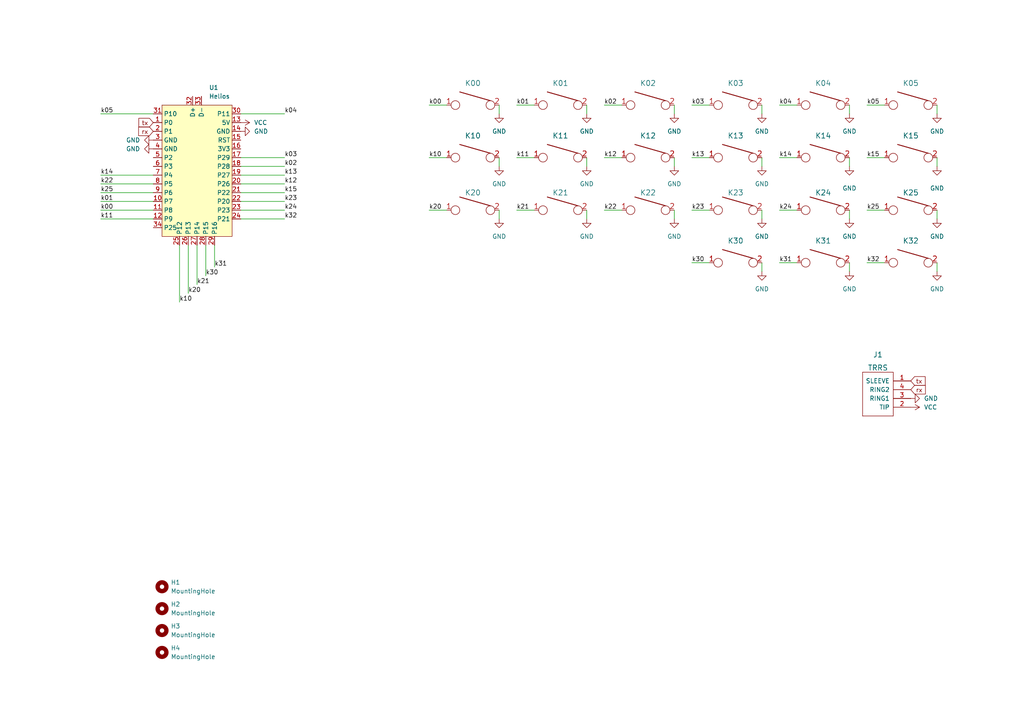
<source format=kicad_sch>
(kicad_sch (version 20231120) (generator "eeschema") (generator_version "8.0")
  (paper "A4")
  (title_block (rev "rev1.0"))
  (lib_symbols
    (symbol "Mechanical:MountingHole" (pin_names (offset 1.016))
      (property "Reference" "H" (at 0 5.08 0))
      (property "Value" "MountingHole" (at 0 3.175 0))
      (symbol "MountingHole_0_1"
        (circle (center 0 0) (radius 1.27) (stroke (width 1.27)))
      )
    )
    (symbol "PCM_marbastlib-promicroish:Helios" (in_bom no)
      (property "Reference" "U" (at -7.62 22.86 0))
      (property "Value" "Helios" (at -7.62 20.32 0))
      (symbol "Helios_0_0"
        (pin bidirectional line (at -12.7 13.97 0) (length 2.54) (name "P0") (number "1"))
        (pin bidirectional line (at -12.7 -8.89 0) (length 2.54) (name "P7") (number "10"))
        (pin bidirectional line (at -12.7 -11.43 0) (length 2.54) (name "P8") (number "11"))
        (pin bidirectional line (at -12.7 -13.97 0) (length 2.54) (name "P9") (number "12"))
        (pin power_out line (at 12.7 11.43 180) (length 2.54) (name "GND") (number "14"))
        (pin bidirectional line (at 12.7 8.89 180) (length 2.54) (name "RST") (number "15"))
        (pin bidirectional line (at 12.7 3.81 180) (length 2.54) (name "P29") (number "17"))
        (pin bidirectional line (at 12.7 1.27 180) (length 2.54) (name "P28") (number "18"))
        (pin bidirectional line (at 12.7 -1.27 180) (length 2.54) (name "P27") (number "19"))
        (pin bidirectional line (at -12.7 11.43 0) (length 2.54) (name "P1") (number "2"))
        (pin bidirectional line (at 12.7 -3.81 180) (length 2.54) (name "P26") (number "20"))
        (pin bidirectional line (at 12.7 -6.35 180) (length 2.54) (name "P22") (number "21"))
        (pin bidirectional line (at 12.7 -8.89 180) (length 2.54) (name "P20") (number "22"))
        (pin bidirectional line (at 12.7 -11.43 180) (length 2.54) (name "P23") (number "23"))
        (pin bidirectional line (at 12.7 -13.97 180) (length 2.54) (name "P21") (number "24"))
        (pin power_out line (at -12.7 8.89 0) (length 2.54) (name "GND") (number "3"))
        (pin power_out line (at -12.7 6.35 0) (length 2.54) (name "GND") (number "4"))
        (pin bidirectional line (at -12.7 3.81 0) (length 2.54) (name "P2") (number "5"))
        (pin bidirectional line (at -12.7 1.27 0) (length 2.54) (name "P3") (number "6"))
        (pin bidirectional line (at -12.7 -1.27 0) (length 2.54) (name "P4") (number "7"))
        (pin bidirectional line (at -12.7 -3.81 0) (length 2.54) (name "P5") (number "8"))
        (pin bidirectional line (at -12.7 -6.35 0) (length 2.54) (name "P6") (number "9"))
      )
      (symbol "Helios_1_0"
        (pin bidirectional line (at 12.7 13.97 180) (length 2.54) (name "5V") (number "13"))
        (pin power_out line (at 12.7 6.35 180) (length 2.54) (name "3V3") (number "16"))
        (pin bidirectional line (at -5.08 -21.59 90) (length 2.54) (name "P12") (number "25"))
        (pin bidirectional line (at -2.54 -21.59 90) (length 2.54) (name "P13") (number "26"))
        (pin bidirectional line (at 0 -21.59 90) (length 2.54) (name "P14") (number "27"))
        (pin bidirectional line (at 2.54 -21.59 90) (length 2.54) (name "P15") (number "28"))
        (pin bidirectional line (at 5.08 -21.59 90) (length 2.54) (name "P16") (number "29"))
        (pin power_in line (at 12.7 16.51 180) (length 2.54) (name "P11") (number "30"))
        (pin bidirectional line (at -12.7 16.51 0) (length 2.54) (name "P10") (number "31"))
        (pin bidirectional line (at -1.27 21.59 270) (length 2.54) (name "D+") (number "32"))
        (pin bidirectional line (at 1.27 21.59 270) (length 2.54) (name "D-") (number "33"))
        (pin bidirectional line (at -12.7 -16.51 0) (length 2.54) (name "P25") (number "34"))
      )
      (symbol "Helios_1_1"
        (rectangle (start -10.16 19.05) (end 10.16 -19.05) (fill (type background)))
      )
    )
    (symbol "keebio:TRRS" (pin_names (offset 1.016))
      (property "Reference" "U" (at 0 15.24 0))
      (property "Value" "TRRS" (at 0 -2.54 0))
      (symbol "TRRS_0_1"
        (rectangle (start -3.81 0) (end -3.81 12.7))
        (rectangle (start -3.81 12.7) (end 5.08 12.7))
        (rectangle (start 5.08 0) (end -3.81 0))
        (rectangle (start 5.08 12.7) (end 5.08 0))
      )
      (symbol "TRRS_1_1"
        (pin input line (at -8.89 2.54 0) (length 5.08) (name "SLEEVE") (number "1"))
        (pin input line (at -8.89 10.16 0) (length 5.08) (name "TIP") (number "2"))
        (pin input line (at -8.89 7.62 0) (length 5.08) (name "RING1") (number "3"))
        (pin input line (at -8.89 5.08 0) (length 5.08) (name "RING2") (number "4"))
      )
    )
    (symbol "keyboard_parts:KEYSW" (pin_names (offset 1.016))
      (property "Reference" "K?" (at -1.27 0 0))
      (symbol "KEYSW_0_1"
        (circle (center -5.08 0) (radius 1.27))
        (polyline (pts (xy -5.08 1.27) (xy 3.81 3.81)) (stroke (width 0.254)))
        (circle (center 5.08 0) (radius 1.27))
      )
      (symbol "KEYSW_1_1"
        (pin passive line (at 7.62 0 180) (length 1.27) (name "~") (number "1"))
        (pin passive line (at -7.62 0 0) (length 1.27) (name "~") (number "2"))
      )
    )
    (symbol "power:GND" (power) (pin_names (offset 0))
      (property "Value" "GND" (at 0 -3.81 0))
      (symbol "GND_0_1"
        (polyline (pts (xy 0 0) (xy 0 -1.27) (xy 1.27 -1.27) (xy 0 -2.54) (xy -1.27 -1.27) (xy 0 -1.27)))
      )
      (symbol "GND_1_1"
        (pin power_in line (at 0 0 270) (length 0) hide (name "GND") (number "1"))
      )
    )
    (symbol "power:VCC" (power) (pin_names (offset 0))
      (property "Value" "VCC" (at 0 3.81 0))
      (symbol "VCC_0_1"
        (polyline (pts (xy -0.762 1.27) (xy 0 2.54)))
        (polyline (pts (xy 0 0) (xy 0 2.54)))
        (polyline (pts (xy 0 2.54) (xy 0.762 1.27)))
      )
      (symbol "VCC_1_1"
        (pin power_in line (at 0 0 90) (length 0) hide (name "VCC") (number "1"))
      )
    )
  )
  (wire (pts (xy 149.86 60.96) (xy 154.94 60.96)))
  (wire (pts (xy 69.85 53.34) (xy 82.55 53.34)))
  (wire (pts (xy 57.15 71.12) (xy 57.15 82.55)))
  (wire (pts (xy 200.66 45.72) (xy 205.74 45.72)))
  (wire (pts (xy 251.46 30.48) (xy 256.54 30.48)))
  (wire (pts (xy 124.46 45.72) (xy 129.54 45.72)))
  (wire (pts (xy 200.66 60.96) (xy 205.74 60.96)))
  (wire (pts (xy 149.86 45.72) (xy 154.94 45.72)))
  (wire (pts (xy 54.61 71.12) (xy 54.61 85.09)))
  (wire (pts (xy 69.85 50.8) (xy 82.55 50.8)))
  (wire (pts (xy 175.26 60.96) (xy 180.34 60.96)))
  (wire (pts (xy 29.21 53.34) (xy 44.45 53.34)))
  (wire (pts (xy 251.46 60.96) (xy 256.54 60.96)))
  (wire (pts (xy 195.58 63.5) (xy 195.58 60.96)))
  (wire (pts (xy 144.78 63.5) (xy 144.78 60.96)))
  (wire (pts (xy 246.38 48.26) (xy 246.38 45.72)))
  (wire (pts (xy 220.98 48.26) (xy 220.98 45.72)))
  (wire (pts (xy 144.78 48.26) (xy 144.78 45.72)))
  (wire (pts (xy 175.26 45.72) (xy 180.34 45.72)))
  (wire (pts (xy 246.38 78.74) (xy 246.38 76.2)))
  (wire (pts (xy 271.78 48.26) (xy 271.78 45.72)))
  (wire (pts (xy 200.66 76.2) (xy 205.74 76.2)))
  (wire (pts (xy 226.06 45.72) (xy 231.14 45.72)))
  (wire (pts (xy 200.66 30.48) (xy 205.74 30.48)))
  (wire (pts (xy 220.98 78.74) (xy 220.98 76.2)))
  (wire (pts (xy 271.78 63.5) (xy 271.78 60.96)))
  (wire (pts (xy 124.46 60.96) (xy 129.54 60.96)))
  (wire (pts (xy 144.78 33.02) (xy 144.78 30.48)))
  (wire (pts (xy 195.58 48.26) (xy 195.58 45.72)))
  (wire (pts (xy 62.23 71.12) (xy 62.23 77.47)))
  (wire (pts (xy 170.18 63.5) (xy 170.18 60.96)))
  (wire (pts (xy 246.38 63.5) (xy 246.38 60.96)))
  (wire (pts (xy 226.06 30.48) (xy 231.14 30.48)))
  (wire (pts (xy 124.46 30.48) (xy 129.54 30.48)))
  (wire (pts (xy 170.18 48.26) (xy 170.18 45.72)))
  (wire (pts (xy 175.26 30.48) (xy 180.34 30.48)))
  (wire (pts (xy 69.85 55.88) (xy 82.55 55.88)))
  (wire (pts (xy 29.21 58.42) (xy 44.45 58.42)))
  (wire (pts (xy 69.85 58.42) (xy 82.55 58.42)))
  (wire (pts (xy 59.69 71.12) (xy 59.69 80.01)))
  (wire (pts (xy 29.21 60.96) (xy 44.45 60.96)))
  (wire (pts (xy 52.07 71.12) (xy 52.07 87.63)))
  (wire (pts (xy 29.21 50.8) (xy 44.45 50.8)))
  (wire (pts (xy 29.21 63.5) (xy 44.45 63.5)))
  (wire (pts (xy 69.85 63.5) (xy 82.55 63.5)))
  (wire (pts (xy 195.58 33.02) (xy 195.58 30.48)))
  (wire (pts (xy 251.46 45.72) (xy 256.54 45.72)))
  (wire (pts (xy 226.06 60.96) (xy 231.14 60.96)))
  (wire (pts (xy 170.18 33.02) (xy 170.18 30.48)))
  (wire (pts (xy 69.85 33.02) (xy 82.55 33.02)))
  (wire (pts (xy 226.06 76.2) (xy 231.14 76.2)))
  (wire (pts (xy 271.78 33.02) (xy 271.78 30.48)))
  (wire (pts (xy 29.21 55.88) (xy 44.45 55.88)))
  (wire (pts (xy 246.38 33.02) (xy 246.38 30.48)))
  (wire (pts (xy 251.46 76.2) (xy 256.54 76.2)))
  (wire (pts (xy 69.85 48.26) (xy 82.55 48.26)))
  (wire (pts (xy 69.85 45.72) (xy 82.55 45.72)))
  (wire (pts (xy 220.98 33.02) (xy 220.98 30.48)))
  (wire (pts (xy 69.85 60.96) (xy 82.55 60.96)))
  (wire (pts (xy 149.86 30.48) (xy 154.94 30.48)))
  (wire (pts (xy 29.21 33.02) (xy 44.45 33.02)))
  (wire (pts (xy 271.78 78.74) (xy 271.78 76.2)))
  (wire (pts (xy 220.98 63.5) (xy 220.98 60.96)))
  (label "k00" (at 29.21 60.96 0))
  (label "k11" (at 29.21 63.5 0))
  (label "k20" (at 54.61 85.09 0))
  (label "k30" (at 200.66 76.2 0))
  (label "k02" (at 175.26 30.48 0))
  (label "k04" (at 226.06 30.48 0))
  (label "k02" (at 82.55 48.26 0))
  (label "k04" (at 82.55 33.02 0))
  (label "k01" (at 29.21 58.42 0))
  (label "k00" (at 124.46 30.48 0))
  (label "k03" (at 200.66 30.48 0))
  (label "k15" (at 251.46 45.72 0))
  (label "k23" (at 200.66 60.96 0))
  (label "k03" (at 82.55 45.72 0))
  (label "k24" (at 226.06 60.96 0))
  (label "k05" (at 251.46 30.48 0))
  (label "k12" (at 82.55 53.34 0))
  (label "k22" (at 175.26 60.96 0))
  (label "k05" (at 29.21 33.02 0))
  (label "k14" (at 29.21 50.8 0))
  (label "k01" (at 149.86 30.48 0))
  (label "k25" (at 29.21 55.88 0))
  (label "k10" (at 124.46 45.72 0))
  (label "k22" (at 29.21 53.34 0))
  (label "k21" (at 57.15 82.55 0))
  (label "k13" (at 82.55 50.8 0))
  (label "k30" (at 59.69 80.01 0))
  (label "k32" (at 251.46 76.2 0))
  (label "k14" (at 226.06 45.72 0))
  (label "k12" (at 175.26 45.72 0))
  (label "k10" (at 52.07 87.63 0))
  (label "k11" (at 149.86 45.72 0))
  (label "k24" (at 82.55 60.96 0))
  (label "k31" (at 62.23 77.47 0))
  (label "k23" (at 82.55 58.42 0))
  (label "k31" (at 226.06 76.2 0))
  (label "k13" (at 200.66 45.72 0))
  (label "k21" (at 149.86 60.96 0))
  (label "k25" (at 251.46 60.96 0))
  (label "k15" (at 82.55 55.88 0))
  (label "k32" (at 82.55 63.5 0))
  (label "k20" (at 124.46 60.96 0))
  (global_label "rx" (shape input) (at 264.16 113.03 0) (property "Intersheetrefs" "${INTERSHEET_REFS}" (effects (hide yes))))
  (global_label "tx" (shape input) (at 264.16 110.49 0) (property "Intersheetrefs" "${INTERSHEET_REFS}" (effects (hide yes))))
  (global_label "tx" (shape input) (at 44.45 35.56 180) (property "Intersheetrefs" "${INTERSHEET_REFS}" (effects (hide yes))))
  (global_label "rx" (shape input) (at 44.45 38.1 180) (property "Intersheetrefs" "${INTERSHEET_REFS}" (effects (hide yes))))
  (symbol (lib_id "keyboard_parts:KEYSW") (at 264.16 76.2 0) (mirror y) (unit 1)
    (property "Reference" "K32" (at 264.16 69.85 0) (effects (font (size 1.524 1.524))))
    (property "Value" "KEYSW" (effects (hide yes)))
    (property "Footprint" "keyswitches:Kailh_socket_PG1350_optional" (effects (hide yes)))
  )
  (symbol (lib_id "power:GND") (at 195.58 48.26 0) (unit 1)
    (property "Reference" "#PWR0104" (effects (hide yes)))
    (property "Value" "GND" (at 195.58 53.34 0))
  )
  (symbol (lib_id "keyboard_parts:KEYSW") (at 238.76 60.96 0) (mirror y) (unit 1)
    (property "Reference" "K24" (at 238.76 55.88 0) (effects (font (size 1.524 1.524))))
    (property "Value" "KEYSW" (effects (hide yes)))
    (property "Footprint" "keyswitches:Kailh_socket_PG1350_optional" (effects (hide yes)))
  )
  (symbol (lib_id "power:GND") (at 264.16 115.57 90) (unit 1)
    (property "Reference" "#PWR0126" (effects (hide yes)))
    (property "Value" "GND" (at 267.97 115.5699 90) (effects (justify right)))
  )
  (symbol (lib_id "keyboard_parts:KEYSW") (at 137.16 30.48 0) (mirror y) (unit 1)
    (property "Reference" "K00" (at 137.16 24.13 0) (effects (font (size 1.524 1.524))))
    (property "Value" "KEYSW" (effects (hide yes)))
    (property "Footprint" "keyswitches:Kailh_socket_PG1350_optional" (effects (hide yes)))
  )
  (symbol (lib_id "Mechanical:MountingHole") (at 46.99 189.23 0) (unit 1)
    (property "Reference" "H4" (at 49.53 187.9599 0) (effects (justify left)))
    (property "Value" "MountingHole" (at 49.53 190.4999 0) (effects (justify left)))
    (property "Footprint" "beekeeb_lib:MountingHole_2.2mm_M2-8mm" (effects (hide yes)))
  )
  (symbol (lib_id "keyboard_parts:KEYSW") (at 264.16 45.72 0) (mirror y) (unit 1)
    (property "Reference" "K15" (at 264.16 39.37 0) (effects (font (size 1.524 1.524))))
    (property "Value" "KEYSW" (effects (hide yes)))
    (property "Footprint" "keyswitches:Kailh_socket_PG1350_optional" (effects (hide yes)))
  )
  (symbol (lib_id "power:GND") (at 144.78 48.26 0) (unit 1)
    (property "Reference" "#PWR0107" (effects (hide yes)))
    (property "Value" "GND" (at 144.78 53.34 0))
  )
  (symbol (lib_id "power:GND") (at 195.58 63.5 0) (unit 1)
    (property "Reference" "#PWR0105" (effects (hide yes)))
    (property "Value" "GND" (at 195.58 68.58 0))
  )
  (symbol (lib_id "Mechanical:MountingHole") (at 46.99 176.53 0) (unit 1)
    (property "Reference" "H2" (at 49.53 175.2599 0) (effects (justify left)))
    (property "Value" "MountingHole" (at 49.53 177.7999 0) (effects (justify left)))
    (property "Footprint" "beekeeb_lib:MountingHole_2.2mm_M2-8mm" (effects (hide yes)))
  )
  (symbol (lib_id "PCM_marbastlib-promicroish:Helios") (at 57.15 49.53 0) (unit 1) (in_bom no)
    (property "Reference" "U1" (at 60.6141 25.4 0) (effects (justify left)))
    (property "Value" "Helios" (at 60.6141 27.94 0) (effects (justify left)))
    (property "Footprint" "PCM_marbastlib-xp-promicroish:Helios_AH_USBdn" (effects (hide yes)))
    (property "Datasheet" "https://github.com/0xCB-dev/0xCB-Helios" (effects (hide yes)))
    (property "Description" "Symbol for an 0xCB Helios" (effects (hide yes)))
  )
  (symbol (lib_id "keyboard_parts:KEYSW") (at 213.36 30.48 0) (mirror y) (unit 1)
    (property "Reference" "K03" (at 213.36 24.13 0) (effects (font (size 1.524 1.524))))
    (property "Value" "KEYSW" (effects (hide yes)))
    (property "Footprint" "keyswitches:Kailh_socket_PG1350_optional" (effects (hide yes)))
  )
  (symbol (lib_id "power:GND") (at 246.38 63.5 0) (unit 1)
    (property "Reference" "#PWR0121" (effects (hide yes)))
    (property "Value" "GND" (at 246.38 68.58 0))
  )
  (symbol (lib_id "keyboard_parts:KEYSW") (at 187.96 30.48 0) (mirror y) (unit 1)
    (property "Reference" "K02" (at 187.96 24.13 0) (effects (font (size 1.524 1.524))))
    (property "Value" "KEYSW" (effects (hide yes)))
    (property "Footprint" "keyswitches:Kailh_socket_PG1350_optional" (effects (hide yes)))
  )
  (symbol (lib_id "keyboard_parts:KEYSW") (at 162.56 45.72 0) (mirror y) (unit 1)
    (property "Reference" "K11" (at 162.56 39.37 0) (effects (font (size 1.524 1.524))))
    (property "Value" "KEYSW" (effects (hide yes)))
    (property "Footprint" "keyswitches:Kailh_socket_PG1350_optional" (effects (hide yes)))
  )
  (symbol (lib_id "keyboard_parts:KEYSW") (at 187.96 60.96 0) (mirror y) (unit 1)
    (property "Reference" "K22" (at 187.96 55.88 0) (effects (font (size 1.524 1.524))))
    (property "Value" "KEYSW" (effects (hide yes)))
    (property "Footprint" "keyswitches:Kailh_socket_PG1350_optional" (effects (hide yes)))
  )
  (symbol (lib_id "power:GND") (at 271.78 33.02 0) (unit 1)
    (property "Reference" "#PWR0115" (effects (hide yes)))
    (property "Value" "GND" (at 271.78 38.1 0))
  )
  (symbol (lib_id "power:GND") (at 271.78 63.5 0) (unit 1)
    (property "Reference" "#PWR0118" (effects (hide yes)))
    (property "Value" "GND" (at 271.78 68.58 0))
  )
  (symbol (lib_id "power:GND") (at 271.78 78.74 0) (unit 1)
    (property "Reference" "#PWR0117" (effects (hide yes)))
    (property "Value" "GND" (at 271.78 83.82 0))
  )
  (symbol (lib_id "power:GND") (at 246.38 48.26 0) (unit 1)
    (property "Reference" "#PWR0119" (effects (hide yes)))
    (property "Value" "GND" (at 246.38 54.61 0))
  )
  (symbol (lib_id "power:GND") (at 170.18 63.5 0) (unit 1)
    (property "Reference" "#PWR0101" (effects (hide yes)))
    (property "Value" "GND" (at 170.18 68.58 0))
  )
  (symbol (lib_id "keyboard_parts:KEYSW") (at 238.76 30.48 0) (mirror y) (unit 1)
    (property "Reference" "K04" (at 238.76 24.13 0) (effects (font (size 1.524 1.524))))
    (property "Value" "KEYSW" (effects (hide yes)))
    (property "Footprint" "keyswitches:Kailh_socket_PG1350_optional" (effects (hide yes)))
  )
  (symbol (lib_id "power:GND") (at 246.38 78.74 0) (unit 1)
    (property "Reference" "#PWR0120" (effects (hide yes)))
    (property "Value" "GND" (at 246.38 83.82 0))
  )
  (symbol (lib_id "keyboard_parts:KEYSW") (at 213.36 76.2 0) (mirror y) (unit 1)
    (property "Reference" "K30" (at 213.36 69.85 0) (effects (font (size 1.524 1.524))))
    (property "Value" "KEYSW" (effects (hide yes)))
    (property "Footprint" "keyswitches:Kailh_socket_PG1350_optional" (effects (hide yes)))
  )
  (symbol (lib_id "power:GND") (at 246.38 33.02 0) (unit 1)
    (property "Reference" "#PWR0112" (effects (hide yes)))
    (property "Value" "GND" (at 246.38 38.1 0))
  )
  (symbol (lib_id "keebio:TRRS") (at 255.27 107.95 180) (unit 1)
    (property "Reference" "J1" (at 254.635 102.87 0) (effects (font (size 1.524 1.524))))
    (property "Value" "TRRS" (at 254.635 106.68 0) (effects (font (size 1.524 1.524))))
    (property "Footprint" "Keebio-Parts:TRRS-PJ-320A" (effects (hide yes)))
  )
  (symbol (lib_id "power:GND") (at 69.85 38.1 90) (unit 1)
    (property "Reference" "#PWR0132" (effects (hide yes)))
    (property "Value" "GND" (at 73.66 38.0999 90) (effects (justify right)))
  )
  (symbol (lib_id "keyboard_parts:KEYSW") (at 137.16 60.96 0) (mirror y) (unit 1)
    (property "Reference" "K20" (at 137.16 55.88 0) (effects (font (size 1.524 1.524))))
    (property "Value" "KEYSW" (effects (hide yes)))
    (property "Footprint" "keyswitches:Kailh_socket_PG1350_optional" (effects (hide yes)))
  )
  (symbol (lib_id "power:GND") (at 271.78 48.26 0) (unit 1)
    (property "Reference" "#PWR0116" (effects (hide yes)))
    (property "Value" "GND" (at 271.78 54.61 0))
  )
  (symbol (lib_id "keyboard_parts:KEYSW") (at 213.36 60.96 0) (mirror y) (unit 1)
    (property "Reference" "K23" (at 213.36 55.88 0) (effects (font (size 1.524 1.524))))
    (property "Value" "KEYSW" (effects (hide yes)))
    (property "Footprint" "keyswitches:Kailh_socket_PG1350_optional" (effects (hide yes)))
  )
  (symbol (lib_id "keyboard_parts:KEYSW") (at 137.16 45.72 0) (mirror y) (unit 1)
    (property "Reference" "K10" (at 137.16 39.37 0) (effects (font (size 1.524 1.524))))
    (property "Value" "KEYSW" (effects (hide yes)))
    (property "Footprint" "keyswitches:Kailh_socket_PG1350_optional" (effects (hide yes)))
  )
  (symbol (lib_id "keyboard_parts:KEYSW") (at 162.56 30.48 0) (mirror y) (unit 1)
    (property "Reference" "K01" (at 162.56 24.13 0) (effects (font (size 1.524 1.524))))
    (property "Value" "KEYSW" (effects (hide yes)))
    (property "Footprint" "keyswitches:Kailh_socket_PG1350_optional" (effects (hide yes)))
  )
  (symbol (lib_id "keyboard_parts:KEYSW") (at 264.16 60.96 0) (mirror y) (unit 1)
    (property "Reference" "K25" (at 264.16 55.88 0) (effects (font (size 1.524 1.524))))
    (property "Value" "KEYSW" (effects (hide yes)))
    (property "Footprint" "keyswitches:Kailh_socket_PG1350_optional" (effects (hide yes)))
  )
  (symbol (lib_id "power:GND") (at 44.45 43.18 270) (unit 1)
    (property "Reference" "#PWR0131" (effects (hide yes)))
    (property "Value" "GND" (at 40.64 43.1799 90) (effects (justify right)))
  )
  (symbol (lib_id "keyboard_parts:KEYSW") (at 238.76 76.2 0) (mirror y) (unit 1)
    (property "Reference" "K31" (at 238.76 69.85 0) (effects (font (size 1.524 1.524))))
    (property "Value" "KEYSW" (effects (hide yes)))
    (property "Footprint" "keyswitches:Kailh_socket_PG1350_optional" (effects (hide yes)))
  )
  (symbol (lib_id "Mechanical:MountingHole") (at 46.99 182.88 0) (unit 1)
    (property "Reference" "H3" (at 49.53 181.6099 0) (effects (justify left)))
    (property "Value" "MountingHole" (at 49.53 184.1499 0) (effects (justify left)))
    (property "Footprint" "beekeeb_lib:MountingHole_2.2mm_M2-8mm" (effects (hide yes)))
  )
  (symbol (lib_id "power:GND") (at 220.98 33.02 0) (unit 1)
    (property "Reference" "#PWR0123" (effects (hide yes)))
    (property "Value" "GND" (at 220.98 38.1 0))
  )
  (symbol (lib_id "keyboard_parts:KEYSW") (at 238.76 45.72 0) (mirror y) (unit 1)
    (property "Reference" "K14" (at 238.76 39.37 0) (effects (font (size 1.524 1.524))))
    (property "Value" "KEYSW" (effects (hide yes)))
    (property "Footprint" "keyswitches:Kailh_socket_PG1350_optional" (effects (hide yes)))
  )
  (symbol (lib_id "power:GND") (at 144.78 33.02 0) (unit 1)
    (property "Reference" "#PWR0109" (effects (hide yes)))
    (property "Value" "GND" (at 144.78 38.1 0))
  )
  (symbol (lib_id "power:GND") (at 44.45 40.64 270) (unit 1)
    (property "Reference" "#PWR0130" (effects (hide yes)))
    (property "Value" "GND" (at 40.64 40.6399 90) (effects (justify right)))
  )
  (symbol (lib_id "keyboard_parts:KEYSW") (at 213.36 45.72 0) (mirror y) (unit 1)
    (property "Reference" "K13" (at 213.36 39.37 0) (effects (font (size 1.524 1.524))))
    (property "Value" "KEYSW" (effects (hide yes)))
    (property "Footprint" "keyswitches:Kailh_socket_PG1350_optional" (effects (hide yes)))
  )
  (symbol (lib_id "power:GND") (at 195.58 33.02 0) (unit 1)
    (property "Reference" "#PWR0103" (effects (hide yes)))
    (property "Value" "GND" (at 195.58 38.1 0))
  )
  (symbol (lib_id "power:GND") (at 220.98 48.26 0) (unit 1)
    (property "Reference" "#PWR0122" (effects (hide yes)))
    (property "Value" "GND" (at 220.98 53.34 0))
  )
  (symbol (lib_id "keyboard_parts:KEYSW") (at 162.56 60.96 0) (mirror y) (unit 1)
    (property "Reference" "K21" (at 162.56 55.88 0) (effects (font (size 1.524 1.524))))
    (property "Value" "KEYSW" (effects (hide yes)))
    (property "Footprint" "keyswitches:Kailh_socket_PG1350_optional" (effects (hide yes)))
  )
  (symbol (lib_id "keyboard_parts:KEYSW") (at 187.96 45.72 0) (mirror y) (unit 1)
    (property "Reference" "K12" (at 187.96 39.37 0) (effects (font (size 1.524 1.524))))
    (property "Value" "KEYSW" (effects (hide yes)))
    (property "Footprint" "keyswitches:Kailh_socket_PG1350_optional" (effects (hide yes)))
  )
  (symbol (lib_id "power:GND") (at 220.98 78.74 0) (unit 1)
    (property "Reference" "#PWR0113" (effects (hide yes)))
    (property "Value" "GND" (at 220.98 83.82 0))
  )
  (symbol (lib_id "power:GND") (at 170.18 33.02 0) (unit 1)
    (property "Reference" "#PWR0106" (effects (hide yes)))
    (property "Value" "GND" (at 170.18 38.1 0))
  )
  (symbol (lib_id "power:GND") (at 170.18 48.26 0) (unit 1)
    (property "Reference" "#PWR0102" (effects (hide yes)))
    (property "Value" "GND" (at 170.18 53.34 0))
  )
  (symbol (lib_id "Mechanical:MountingHole") (at 46.99 170.18 0) (unit 1)
    (property "Reference" "H1" (at 49.53 168.9099 0) (effects (justify left)))
    (property "Value" "MountingHole" (at 49.53 171.4499 0) (effects (justify left)))
    (property "Footprint" "beekeeb_lib:MountingHole_2.2mm_M2-8mm" (effects (hide yes)))
  )
  (symbol (lib_id "power:VCC") (at 69.85 35.56 270) (unit 1)
    (property "Reference" "#PWR01" (effects (hide yes)))
    (property "Value" "VCC" (at 73.66 35.5599 90) (effects (justify left)))
  )
  (symbol (lib_id "power:GND") (at 220.98 63.5 0) (unit 1)
    (property "Reference" "#PWR0114" (effects (hide yes)))
    (property "Value" "GND" (at 220.98 68.58 0))
  )
  (symbol (lib_id "power:GND") (at 144.78 63.5 0) (unit 1)
    (property "Reference" "#PWR0108" (effects (hide yes)))
    (property "Value" "GND" (at 144.78 68.58 0))
  )
  (symbol (lib_id "power:VCC") (at 264.16 118.11 270) (unit 1)
    (property "Reference" "#PWR0110" (effects (hide yes)))
    (property "Value" "VCC" (at 267.97 118.1099 90) (effects (justify left)))
  )
  (symbol (lib_id "keyboard_parts:KEYSW") (at 264.16 30.48 0) (mirror y) (unit 1)
    (property "Reference" "K05" (at 264.16 24.13 0) (effects (font (size 1.524 1.524))))
    (property "Value" "KEYSW" (effects (hide yes)))
    (property "Footprint" "keyswitches:Kailh_socket_PG1350_optional" (effects (hide yes)))
  )
)
</source>
